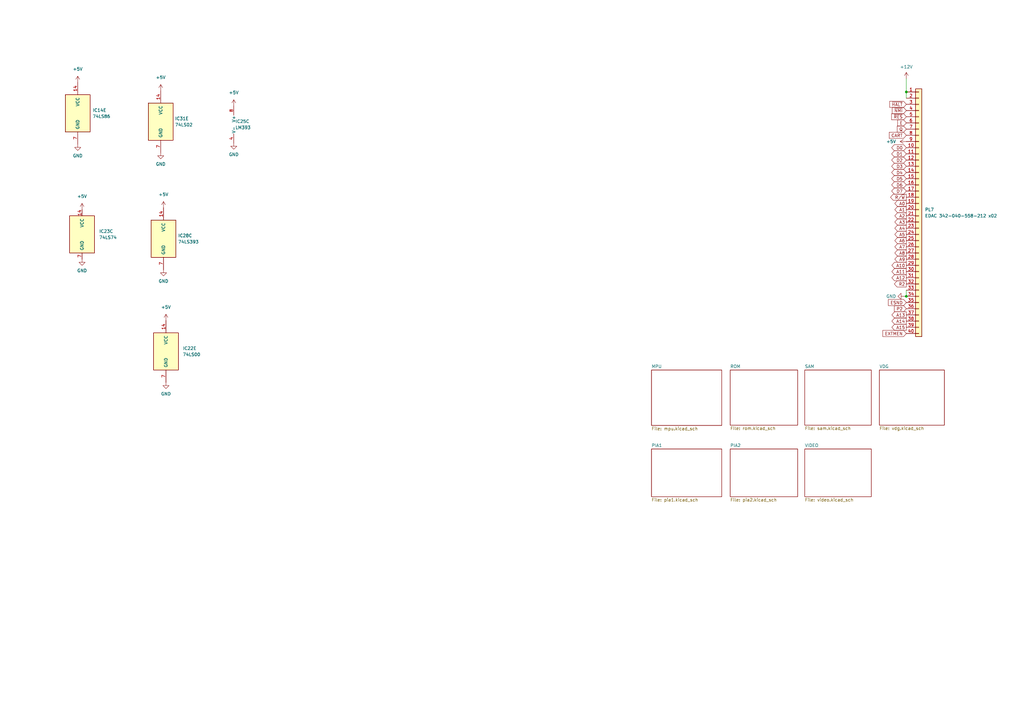
<source format=kicad_sch>
(kicad_sch (version 20211123) (generator eeschema)
  (paper "A3")
  (title_block (title "Dragon 32 CPU UK Issue 2") (date "2022-09-30") (rev "1.3") (company "Dragon Data") (comment 1 "Reproduced and Modified by Julian Brown") (comment 2 "Reposition dram and buffer"))
  (lib_symbols
    (symbol "74xx:74LS00" (pin_names (offset 1.016))
      (property "Reference" "U" (at 0 1.27 0))
      (property "Value" "74LS00" (at 0 -1.27 0))
      (symbol "74LS00_1_1"
        (arc (start 0 -3.81) (mid 3.81 0) (end 0 3.81) (stroke (width 0.254)) (fill (type background)))
        (polyline (pts (xy 0 3.81) (xy -3.81 3.81) (xy -3.81 -3.81) (xy 0 -3.81)) (stroke (width 0.254)) (fill (type background)))
        (pin input line (at -7.62 2.54 0) (length 3.81) (name "~") (number "1"))
        (pin input line (at -7.62 -2.54 0) (length 3.81) (name "~") (number "2"))
        (pin output inverted (at 7.62 0 180) (length 3.81) (name "~") (number "3"))
      )
      (symbol "74LS00_1_2"
        (arc (start -3.81 -3.81) (mid -2.589 0) (end -3.81 3.81) (stroke (width 0.254)))
        (arc (start -0.6096 -3.81) (mid 2.1855 -2.584) (end 3.81 0) (stroke (width 0.254)) (fill (type background)))
        (polyline (pts (xy -3.81 -3.81) (xy -0.635 -3.81)) (stroke (width 0.254)) (fill (type background)))
        (polyline (pts (xy -3.81 3.81) (xy -0.635 3.81)) (stroke (width 0.254)) (fill (type background)))
        (polyline (pts (xy -0.635 3.81) (xy -3.81 3.81) (xy -3.81 3.81) (xy -3.556 3.4036) (xy -3.0226 2.2606) (xy -2.6924 1.0414) (xy -2.6162 -0.254) (xy -2.7686 -1.4986) (xy -3.175 -2.7178) (xy -3.81 -3.81) (xy -3.81 -3.81) (xy -0.635 -3.81)) (stroke (width -25.4)) (fill (type background)))
        (arc (start 3.81 0) (mid 2.1928 2.5925) (end -0.6096 3.81) (stroke (width 0.254)) (fill (type background)))
        (pin input inverted (at -7.62 2.54 0) (length 4.318) (name "~") (number "1"))
        (pin input inverted (at -7.62 -2.54 0) (length 4.318) (name "~") (number "2"))
        (pin output line (at 7.62 0 180) (length 3.81) (name "~") (number "3"))
      )
      (symbol "74LS00_2_1"
        (arc (start 0 -3.81) (mid 3.81 0) (end 0 3.81) (stroke (width 0.254)) (fill (type background)))
        (polyline (pts (xy 0 3.81) (xy -3.81 3.81) (xy -3.81 -3.81) (xy 0 -3.81)) (stroke (width 0.254)) (fill (type background)))
        (pin input line (at -7.62 2.54 0) (length 3.81) (name "~") (number "4"))
        (pin input line (at -7.62 -2.54 0) (length 3.81) (name "~") (number "5"))
        (pin output inverted (at 7.62 0 180) (length 3.81) (name "~") (number "6"))
      )
      (symbol "74LS00_2_2"
        (arc (start -3.81 -3.81) (mid -2.589 0) (end -3.81 3.81) (stroke (width 0.254)))
        (arc (start -0.6096 -3.81) (mid 2.1855 -2.584) (end 3.81 0) (stroke (width 0.254)) (fill (type background)))
        (polyline (pts (xy -3.81 -3.81) (xy -0.635 -3.81)) (stroke (width 0.254)) (fill (type background)))
        (polyline (pts (xy -3.81 3.81) (xy -0.635 3.81)) (stroke (width 0.254)) (fill (type background)))
        (polyline (pts (xy -0.635 3.81) (xy -3.81 3.81) (xy -3.81 3.81) (xy -3.556 3.4036) (xy -3.0226 2.2606) (xy -2.6924 1.0414) (xy -2.6162 -0.254) (xy -2.7686 -1.4986) (xy -3.175 -2.7178) (xy -3.81 -3.81) (xy -3.81 -3.81) (xy -0.635 -3.81)) (stroke (width -25.4)) (fill (type background)))
        (arc (start 3.81 0) (mid 2.1928 2.5925) (end -0.6096 3.81) (stroke (width 0.254)) (fill (type background)))
        (pin input inverted (at -7.62 2.54 0) (length 4.318) (name "~") (number "4"))
        (pin input inverted (at -7.62 -2.54 0) (length 4.318) (name "~") (number "5"))
        (pin output line (at 7.62 0 180) (length 3.81) (name "~") (number "6"))
      )
      (symbol "74LS00_3_1"
        (arc (start 0 -3.81) (mid 3.81 0) (end 0 3.81) (stroke (width 0.254)) (fill (type background)))
        (polyline (pts (xy 0 3.81) (xy -3.81 3.81) (xy -3.81 -3.81) (xy 0 -3.81)) (stroke (width 0.254)) (fill (type background)))
        (pin input line (at -7.62 -2.54 0) (length 3.81) (name "~") (number "10"))
        (pin output inverted (at 7.62 0 180) (length 3.81) (name "~") (number "8"))
        (pin input line (at -7.62 2.54 0) (length 3.81) (name "~") (number "9"))
      )
      (symbol "74LS00_3_2"
        (arc (start -3.81 -3.81) (mid -2.589 0) (end -3.81 3.81) (stroke (width 0.254)))
        (arc (start -0.6096 -3.81) (mid 2.1855 -2.584) (end 3.81 0) (stroke (width 0.254)) (fill (type background)))
        (polyline (pts (xy -3.81 -3.81) (xy -0.635 -3.81)) (stroke (width 0.254)) (fill (type background)))
        (polyline (pts (xy -3.81 3.81) (xy -0.635 3.81)) (stroke (width 0.254)) (fill (type background)))
        (polyline (pts (xy -0.635 3.81) (xy -3.81 3.81) (xy -3.81 3.81) (xy -3.556 3.4036) (xy -3.0226 2.2606) (xy -2.6924 1.0414) (xy -2.6162 -0.254) (xy -2.7686 -1.4986) (xy -3.175 -2.7178) (xy -3.81 -3.81) (xy -3.81 -3.81) (xy -0.635 -3.81)) (stroke (width -25.4)) (fill (type background)))
        (arc (start 3.81 0) (mid 2.1928 2.5925) (end -0.6096 3.81) (stroke (width 0.254)) (fill (type background)))
        (pin input inverted (at -7.62 -2.54 0) (length 4.318) (name "~") (number "10"))
        (pin output line (at 7.62 0 180) (length 3.81) (name "~") (number "8"))
        (pin input inverted (at -7.62 2.54 0) (length 4.318) (name "~") (number "9"))
      )
      (symbol "74LS00_4_1"
        (arc (start 0 -3.81) (mid 3.81 0) (end 0 3.81) (stroke (width 0.254)) (fill (type background)))
        (polyline (pts (xy 0 3.81) (xy -3.81 3.81) (xy -3.81 -3.81) (xy 0 -3.81)) (stroke (width 0.254)) (fill (type background)))
        (pin output inverted (at 7.62 0 180) (length 3.81) (name "~") (number "11"))
        (pin input line (at -7.62 2.54 0) (length 3.81) (name "~") (number "12"))
        (pin input line (at -7.62 -2.54 0) (length 3.81) (name "~") (number "13"))
      )
      (symbol "74LS00_4_2"
        (arc (start -3.81 -3.81) (mid -2.589 0) (end -3.81 3.81) (stroke (width 0.254)))
        (arc (start -0.6096 -3.81) (mid 2.1855 -2.584) (end 3.81 0) (stroke (width 0.254)) (fill (type background)))
        (polyline (pts (xy -3.81 -3.81) (xy -0.635 -3.81)) (stroke (width 0.254)) (fill (type background)))
        (polyline (pts (xy -3.81 3.81) (xy -0.635 3.81)) (stroke (width 0.254)) (fill (type background)))
        (polyline (pts (xy -0.635 3.81) (xy -3.81 3.81) (xy -3.81 3.81) (xy -3.556 3.4036) (xy -3.0226 2.2606) (xy -2.6924 1.0414) (xy -2.6162 -0.254) (xy -2.7686 -1.4986) (xy -3.175 -2.7178) (xy -3.81 -3.81) (xy -3.81 -3.81) (xy -0.635 -3.81)) (stroke (width -25.4)) (fill (type background)))
        (arc (start 3.81 0) (mid 2.1928 2.5925) (end -0.6096 3.81) (stroke (width 0.254)) (fill (type background)))
        (pin output line (at 7.62 0 180) (length 3.81) (name "~") (number "11"))
        (pin input inverted (at -7.62 2.54 0) (length 4.318) (name "~") (number "12"))
        (pin input inverted (at -7.62 -2.54 0) (length 4.318) (name "~") (number "13"))
      )
      (symbol "74LS00_5_0"
        (pin power_in line (at 0 12.7 270) (length 5.08) (name "VCC") (number "14"))
        (pin power_in line (at 0 -12.7 90) (length 5.08) (name "GND") (number "7"))
      )
      (symbol "74LS00_5_1"
        (rectangle (start -5.08 7.62) (end 5.08 -7.62) (stroke (width 0.254)) (fill (type background)))
      )
    )
    (symbol "74xx:74LS02" (pin_names (offset 1.016))
      (property "Reference" "U" (at 0 1.27 0))
      (property "Value" "74LS02" (at 0 -1.27 0))
      (symbol "74LS02_1_1"
        (arc (start -3.81 -3.81) (mid -2.589 0) (end -3.81 3.81) (stroke (width 0.254)))
        (arc (start -0.6096 -3.81) (mid 2.1855 -2.584) (end 3.81 0) (stroke (width 0.254)) (fill (type background)))
        (polyline (pts (xy -3.81 -3.81) (xy -0.635 -3.81)) (stroke (width 0.254)) (fill (type background)))
        (polyline (pts (xy -3.81 3.81) (xy -0.635 3.81)) (stroke (width 0.254)) (fill (type background)))
        (polyline (pts (xy -0.635 3.81) (xy -3.81 3.81) (xy -3.81 3.81) (xy -3.556 3.4036) (xy -3.0226 2.2606) (xy -2.6924 1.0414) (xy -2.6162 -0.254) (xy -2.7686 -1.4986) (xy -3.175 -2.7178) (xy -3.81 -3.81) (xy -3.81 -3.81) (xy -0.635 -3.81)) (stroke (width -25.4)) (fill (type background)))
        (arc (start 3.81 0) (mid 2.1928 2.5925) (end -0.6096 3.81) (stroke (width 0.254)) (fill (type background)))
        (pin output inverted (at 7.62 0 180) (length 3.81) (name "~") (number "1"))
        (pin input line (at -7.62 2.54 0) (length 4.318) (name "~") (number "2"))
        (pin input line (at -7.62 -2.54 0) (length 4.318) (name "~") (number "3"))
      )
      (symbol "74LS02_1_2"
        (arc (start 0 -3.81) (mid 3.81 0) (end 0 3.81) (stroke (width 0.254)) (fill (type background)))
        (polyline (pts (xy 0 3.81) (xy -3.81 3.81) (xy -3.81 -3.81) (xy 0 -3.81)) (stroke (width 0.254)) (fill (type background)))
        (pin output line (at 7.62 0 180) (length 3.81) (name "~") (number "1"))
        (pin input inverted (at -7.62 2.54 0) (length 3.81) (name "~") (number "2"))
        (pin input inverted (at -7.62 -2.54 0) (length 3.81) (name "~") (number "3"))
      )
      (symbol "74LS02_2_1"
        (arc (start -3.81 -3.81) (mid -2.589 0) (end -3.81 3.81) (stroke (width 0.254)))
        (arc (start -0.6096 -3.81) (mid 2.1855 -2.584) (end 3.81 0) (stroke (width 0.254)) (fill (type background)))
        (polyline (pts (xy -3.81 -3.81) (xy -0.635 -3.81)) (stroke (width 0.254)) (fill (type background)))
        (polyline (pts (xy -3.81 3.81) (xy -0.635 3.81)) (stroke (width 0.254)) (fill (type background)))
        (polyline (pts (xy -0.635 3.81) (xy -3.81 3.81) (xy -3.81 3.81) (xy -3.556 3.4036) (xy -3.0226 2.2606) (xy -2.6924 1.0414) (xy -2.6162 -0.254) (xy -2.7686 -1.4986) (xy -3.175 -2.7178) (xy -3.81 -3.81) (xy -3.81 -3.81) (xy -0.635 -3.81)) (stroke (width -25.4)) (fill (type background)))
        (arc (start 3.81 0) (mid 2.1928 2.5925) (end -0.6096 3.81) (stroke (width 0.254)) (fill (type background)))
        (pin output inverted (at 7.62 0 180) (length 3.81) (name "~") (number "4"))
        (pin input line (at -7.62 2.54 0) (length 4.318) (name "~") (number "5"))
        (pin input line (at -7.62 -2.54 0) (length 4.318) (name "~") (number "6"))
      )
      (symbol "74LS02_2_2"
        (arc (start 0 -3.81) (mid 3.81 0) (end 0 3.81) (stroke (width 0.254)) (fill (type background)))
        (polyline (pts (xy 0 3.81) (xy -3.81 3.81) (xy -3.81 -3.81) (xy 0 -3.81)) (stroke (width 0.254)) (fill (type background)))
        (pin output line (at 7.62 0 180) (length 3.81) (name "~") (number "4"))
        (pin input inverted (at -7.62 2.54 0) (length 3.81) (name "~") (number "5"))
        (pin input inverted (at -7.62 -2.54 0) (length 3.81) (name "~") (number "6"))
      )
      (symbol "74LS02_3_1"
        (arc (start -3.81 -3.81) (mid -2.589 0) (end -3.81 3.81) (stroke (width 0.254)))
        (arc (start -0.6096 -3.81) (mid 2.1855 -2.584) (end 3.81 0) (stroke (width 0.254)) (fill (type background)))
        (polyline (pts (xy -3.81 -3.81) (xy -0.635 -3.81)) (stroke (width 0.254)) (fill (type background)))
        (polyline (pts (xy -3.81 3.81) (xy -0.635 3.81)) (stroke (width 0.254)) (fill (type background)))
        (polyline (pts (xy -0.635 3.81) (xy -3.81 3.81) (xy -3.81 3.81) (xy -3.556 3.4036) (xy -3.0226 2.2606) (xy -2.6924 1.0414) (xy -2.6162 -0.254) (xy -2.7686 -1.4986) (xy -3.175 -2.7178) (xy -3.81 -3.81) (xy -3.81 -3.81) (xy -0.635 -3.81)) (stroke (width -25.4)) (fill (type background)))
        (arc (start 3.81 0) (mid 2.1928 2.5925) (end -0.6096 3.81) (stroke (width 0.254)) (fill (type background)))
        (pin output inverted (at 7.62 0 180) (length 3.81) (name "~") (number "10"))
        (pin input line (at -7.62 2.54 0) (length 4.318) (name "~") (number "8"))
        (pin input line (at -7.62 -2.54 0) (length 4.318) (name "~") (number "9"))
      )
      (symbol "74LS02_3_2"
        (arc (start 0 -3.81) (mid 3.81 0) (end 0 3.81) (stroke (width 0.254)) (fill (type background)))
        (polyline (pts (xy 0 3.81) (xy -3.81 3.81) (xy -3.81 -3.81) (xy 0 -3.81)) (stroke (width 0.254)) (fill (type background)))
        (pin output line (at 7.62 0 180) (length 3.81) (name "~") (number "10"))
        (pin input inverted (at -7.62 2.54 0) (length 3.81) (name "~") (number "8"))
        (pin input inverted (at -7.62 -2.54 0) (length 3.81) (name "~") (number "9"))
      )
      (symbol "74LS02_4_1"
        (arc (start -3.81 -3.81) (mid -2.589 0) (end -3.81 3.81) (stroke (width 0.254)))
        (arc (start -0.6096 -3.81) (mid 2.1855 -2.584) (end 3.81 0) (stroke (width 0.254)) (fill (type background)))
        (polyline (pts (xy -3.81 -3.81) (xy -0.635 -3.81)) (stroke (width 0.254)) (fill (type background)))
        (polyline (pts (xy -3.81 3.81) (xy -0.635 3.81)) (stroke (width 0.254)) (fill (type background)))
        (polyline (pts (xy -0.635 3.81) (xy -3.81 3.81) (xy -3.81 3.81) (xy -3.556 3.4036) (xy -3.0226 2.2606) (xy -2.6924 1.0414) (xy -2.6162 -0.254) (xy -2.7686 -1.4986) (xy -3.175 -2.7178) (xy -3.81 -3.81) (xy -3.81 -3.81) (xy -0.635 -3.81)) (stroke (width -25.4)) (fill (type background)))
        (arc (start 3.81 0) (mid 2.1928 2.5925) (end -0.6096 3.81) (stroke (width 0.254)) (fill (type background)))
        (pin input line (at -7.62 2.54 0) (length 4.318) (name "~") (number "11"))
        (pin input line (at -7.62 -2.54 0) (length 4.318) (name "~") (number "12"))
        (pin output inverted (at 7.62 0 180) (length 3.81) (name "~") (number "13"))
      )
      (symbol "74LS02_4_2"
        (arc (start 0 -3.81) (mid 3.81 0) (end 0 3.81) (stroke (width 0.254)) (fill (type background)))
        (polyline (pts (xy 0 3.81) (xy -3.81 3.81) (xy -3.81 -3.81) (xy 0 -3.81)) (stroke (width 0.254)) (fill (type background)))
        (pin input inverted (at -7.62 2.54 0) (length 3.81) (name "~") (number "11"))
        (pin input inverted (at -7.62 -2.54 0) (length 3.81) (name "~") (number "12"))
        (pin output line (at 7.62 0 180) (length 3.81) (name "~") (number "13"))
      )
      (symbol "74LS02_5_0"
        (pin power_in line (at 0 12.7 270) (length 5.08) (name "VCC") (number "14"))
        (pin power_in line (at 0 -12.7 90) (length 5.08) (name "GND") (number "7"))
      )
      (symbol "74LS02_5_1"
        (rectangle (start -5.08 7.62) (end 5.08 -7.62) (stroke (width 0.254)) (fill (type background)))
      )
    )
    (symbol "74xx:74LS393" (pin_names (offset 1.016))
      (property "Reference" "U" (at -7.62 8.89 0))
      (property "Value" "74LS393" (at -7.62 -8.89 0))
      (symbol "74LS393_1_0"
        (pin input clock (at -12.7 2.54 0) (length 5.08) (name "CP") (number "1"))
        (pin input line (at -12.7 -5.08 0) (length 5.08) (name "MR") (number "2"))
        (pin output line (at 12.7 2.54 180) (length 5.08) (name "Q0") (number "3"))
        (pin output line (at 12.7 0 180) (length 5.08) (name "Q1") (number "4"))
        (pin output line (at 12.7 -2.54 180) (length 5.08) (name "Q2") (number "5"))
        (pin output line (at 12.7 -5.08 180) (length 5.08) (name "Q3") (number "6"))
      )
      (symbol "74LS393_1_1"
        (rectangle (start -7.62 5.08) (end 7.62 -7.62) (stroke (width 0.254)) (fill (type background)))
      )
      (symbol "74LS393_2_0"
        (pin output line (at 12.7 0 180) (length 5.08) (name "Q1") (number "10"))
        (pin output line (at 12.7 2.54 180) (length 5.08) (name "Q0") (number "11"))
        (pin input line (at -12.7 -5.08 0) (length 5.08) (name "MR") (number "12"))
        (pin input clock (at -12.7 2.54 0) (length 5.08) (name "CP") (number "13"))
        (pin output line (at 12.7 -5.08 180) (length 5.08) (name "Q3") (number "8"))
        (pin output line (at 12.7 -2.54 180) (length 5.08) (name "Q2") (number "9"))
      )
      (symbol "74LS393_2_1"
        (rectangle (start -7.62 5.08) (end 7.62 -7.62) (stroke (width 0.254)) (fill (type background)))
      )
      (symbol "74LS393_3_0"
        (pin power_in line (at 0 12.7 270) (length 5.08) (name "VCC") (number "14"))
        (pin power_in line (at 0 -12.7 90) (length 5.08) (name "GND") (number "7"))
      )
      (symbol "74LS393_3_1"
        (rectangle (start -5.08 7.62) (end 5.08 -7.62) (stroke (width 0.254)) (fill (type background)))
      )
    )
    (symbol "74xx:74LS74" (pin_names (offset 1.016))
      (property "Reference" "U" (at -7.62 8.89 0))
      (property "Value" "74LS74" (at -7.62 -8.89 0))
      (symbol "74LS74_1_0"
        (pin input line (at 0 -7.62 90) (length 2.54) (name "~{R}") (number "1"))
        (pin input line (at -7.62 2.54 0) (length 2.54) (name "D") (number "2"))
        (pin input clock (at -7.62 0 0) (length 2.54) (name "C") (number "3"))
        (pin input line (at 0 7.62 270) (length 2.54) (name "~{S}") (number "4"))
        (pin output line (at 7.62 2.54 180) (length 2.54) (name "Q") (number "5"))
        (pin output line (at 7.62 -2.54 180) (length 2.54) (name "~{Q}") (number "6"))
      )
      (symbol "74LS74_1_1"
        (rectangle (start -5.08 5.08) (end 5.08 -5.08) (stroke (width 0.254)) (fill (type background)))
      )
      (symbol "74LS74_2_0"
        (pin input line (at 0 7.62 270) (length 2.54) (name "~{S}") (number "10"))
        (pin input clock (at -7.62 0 0) (length 2.54) (name "C") (number "11"))
        (pin input line (at -7.62 2.54 0) (length 2.54) (name "D") (number "12"))
        (pin input line (at 0 -7.62 90) (length 2.54) (name "~{R}") (number "13"))
        (pin output line (at 7.62 -2.54 180) (length 2.54) (name "~{Q}") (number "8"))
        (pin output line (at 7.62 2.54 180) (length 2.54) (name "Q") (number "9"))
      )
      (symbol "74LS74_2_1"
        (rectangle (start -5.08 5.08) (end 5.08 -5.08) (stroke (width 0.254)) (fill (type background)))
      )
      (symbol "74LS74_3_0"
        (pin power_in line (at 0 10.16 270) (length 2.54) (name "VCC") (number "14"))
        (pin power_in line (at 0 -10.16 90) (length 2.54) (name "GND") (number "7"))
      )
      (symbol "74LS74_3_1"
        (rectangle (start -5.08 7.62) (end 5.08 -7.62) (stroke (width 0.254)) (fill (type background)))
      )
    )
    (symbol "74xx:74LS86" (pin_names (offset 1.016))
      (property "Reference" "U" (at 0 1.27 0))
      (property "Value" "74LS86" (at 0 -1.27 0))
      (symbol "74LS86_1_0"
        (arc (start -4.4196 -3.81) (mid -3.2033 0) (end -4.4196 3.81) (stroke (width 0.254)))
        (arc (start -3.81 -3.81) (mid -2.589 0) (end -3.81 3.81) (stroke (width 0.254)))
        (arc (start -0.6096 -3.81) (mid 2.1855 -2.584) (end 3.81 0) (stroke (width 0.254)) (fill (type background)))
        (polyline (pts (xy -3.81 -3.81) (xy -0.635 -3.81)) (stroke (width 0.254)) (fill (type background)))
        (polyline (pts (xy -3.81 3.81) (xy -0.635 3.81)) (stroke (width 0.254)) (fill (type background)))
        (polyline (pts (xy -0.635 3.81) (xy -3.81 3.81) (xy -3.81 3.81) (xy -3.556 3.4036) (xy -3.0226 2.2606) (xy -2.6924 1.0414) (xy -2.6162 -0.254) (xy -2.7686 -1.4986) (xy -3.175 -2.7178) (xy -3.81 -3.81) (xy -3.81 -3.81) (xy -0.635 -3.81)) (stroke (width -25.4)) (fill (type background)))
        (arc (start 3.81 0) (mid 2.1928 2.5925) (end -0.6096 3.81) (stroke (width 0.254)) (fill (type background)))
        (pin input line (at -7.62 2.54 0) (length 4.445) (name "~") (number "1"))
        (pin input line (at -7.62 -2.54 0) (length 4.445) (name "~") (number "2"))
        (pin output line (at 7.62 0 180) (length 3.81) (name "~") (number "3"))
      )
      (symbol "74LS86_1_1"
        (polyline (pts (xy -3.81 -2.54) (xy -3.175 -2.54)) (stroke (width 0.1524)))
        (polyline (pts (xy -3.81 2.54) (xy -3.175 2.54)) (stroke (width 0.1524)))
      )
      (symbol "74LS86_2_0"
        (arc (start -4.4196 -3.81) (mid -3.2033 0) (end -4.4196 3.81) (stroke (width 0.254)))
        (arc (start -3.81 -3.81) (mid -2.589 0) (end -3.81 3.81) (stroke (width 0.254)))
        (arc (start -0.6096 -3.81) (mid 2.1855 -2.584) (end 3.81 0) (stroke (width 0.254)) (fill (type background)))
        (polyline (pts (xy -3.81 -3.81) (xy -0.635 -3.81)) (stroke (width 0.254)) (fill (type background)))
        (polyline (pts (xy -3.81 3.81) (xy -0.635 3.81)) (stroke (width 0.254)) (fill (type background)))
        (polyline (pts (xy -0.635 3.81) (xy -3.81 3.81) (xy -3.81 3.81) (xy -3.556 3.4036) (xy -3.0226 2.2606) (xy -2.6924 1.0414) (xy -2.6162 -0.254) (xy -2.7686 -1.4986) (xy -3.175 -2.7178) (xy -3.81 -3.81) (xy -3.81 -3.81) (xy -0.635 -3.81)) (stroke (width -25.4)) (fill (type background)))
        (arc (start 3.81 0) (mid 2.1928 2.5925) (end -0.6096 3.81) (stroke (width 0.254)) (fill (type background)))
        (pin input line (at -7.62 2.54 0) (length 4.445) (name "~") (number "4"))
        (pin input line (at -7.62 -2.54 0) (length 4.445) (name "~") (number "5"))
        (pin output line (at 7.62 0 180) (length 3.81) (name "~") (number "6"))
      )
      (symbol "74LS86_2_1"
        (polyline (pts (xy -3.81 -2.54) (xy -3.175 -2.54)) (stroke (width 0.1524)))
        (polyline (pts (xy -3.81 2.54) (xy -3.175 2.54)) (stroke (width 0.1524)))
      )
      (symbol "74LS86_3_0"
        (arc (start -4.4196 -3.81) (mid -3.2033 0) (end -4.4196 3.81) (stroke (width 0.254)))
        (arc (start -3.81 -3.81) (mid -2.589 0) (end -3.81 3.81) (stroke (width 0.254)))
        (arc (start -0.6096 -3.81) (mid 2.1855 -2.584) (end 3.81 0) (stroke (width 0.254)) (fill (type background)))
        (polyline (pts (xy -3.81 -3.81) (xy -0.635 -3.81)) (stroke (width 0.254)) (fill (type background)))
        (polyline (pts (xy -3.81 3.81) (xy -0.635 3.81)) (stroke (width 0.254)) (fill (type background)))
        (polyline (pts (xy -0.635 3.81) (xy -3.81 3.81) (xy -3.81 3.81) (xy -3.556 3.4036) (xy -3.0226 2.2606) (xy -2.6924 1.0414) (xy -2.6162 -0.254) (xy -2.7686 -1.4986) (xy -3.175 -2.7178) (xy -3.81 -3.81) (xy -3.81 -3.81) (xy -0.635 -3.81)) (stroke (width -25.4)) (fill (type background)))
        (arc (start 3.81 0) (mid 2.1928 2.5925) (end -0.6096 3.81) (stroke (width 0.254)) (fill (type background)))
        (pin input line (at -7.62 -2.54 0) (length 4.445) (name "~") (number "10"))
        (pin output line (at 7.62 0 180) (length 3.81) (name "~") (number "8"))
        (pin input line (at -7.62 2.54 0) (length 4.445) (name "~") (number "9"))
      )
      (symbol "74LS86_3_1"
        (polyline (pts (xy -3.81 -2.54) (xy -3.175 -2.54)) (stroke (width 0.1524)))
        (polyline (pts (xy -3.81 2.54) (xy -3.175 2.54)) (stroke (width 0.1524)))
      )
      (symbol "74LS86_4_0"
        (arc (start -4.4196 -3.81) (mid -3.2033 0) (end -4.4196 3.81) (stroke (width 0.254)))
        (arc (start -3.81 -3.81) (mid -2.589 0) (end -3.81 3.81) (stroke (width 0.254)))
        (arc (start -0.6096 -3.81) (mid 2.1855 -2.584) (end 3.81 0) (stroke (width 0.254)) (fill (type background)))
        (polyline (pts (xy -3.81 -3.81) (xy -0.635 -3.81)) (stroke (width 0.254)) (fill (type background)))
        (polyline (pts (xy -3.81 3.81) (xy -0.635 3.81)) (stroke (width 0.254)) (fill (type background)))
        (polyline (pts (xy -0.635 3.81) (xy -3.81 3.81) (xy -3.81 3.81) (xy -3.556 3.4036) (xy -3.0226 2.2606) (xy -2.6924 1.0414) (xy -2.6162 -0.254) (xy -2.7686 -1.4986) (xy -3.175 -2.7178) (xy -3.81 -3.81) (xy -3.81 -3.81) (xy -0.635 -3.81)) (stroke (width -25.4)) (fill (type background)))
        (arc (start 3.81 0) (mid 2.1928 2.5925) (end -0.6096 3.81) (stroke (width 0.254)) (fill (type background)))
        (pin output line (at 7.62 0 180) (length 3.81) (name "~") (number "11"))
        (pin input line (at -7.62 2.54 0) (length 4.445) (name "~") (number "12"))
        (pin input line (at -7.62 -2.54 0) (length 4.445) (name "~") (number "13"))
      )
      (symbol "74LS86_4_1"
        (polyline (pts (xy -3.81 -2.54) (xy -3.175 -2.54)) (stroke (width 0.1524)))
        (polyline (pts (xy -3.81 2.54) (xy -3.175 2.54)) (stroke (width 0.1524)))
      )
      (symbol "74LS86_5_0"
        (pin power_in line (at 0 12.7 270) (length 5.08) (name "VCC") (number "14"))
        (pin power_in line (at 0 -12.7 90) (length 5.08) (name "GND") (number "7"))
      )
      (symbol "74LS86_5_1"
        (rectangle (start -5.08 7.62) (end 5.08 -7.62) (stroke (width 0.254)) (fill (type background)))
      )
    )
    (symbol "Comparator:LM393" (pin_names (offset 0.127))
      (property "Reference" "U" (at 3.81 3.81 0))
      (property "Value" "LM393" (at 6.35 -3.81 0))
      (symbol "LM393_1_1"
        (polyline (pts (xy -5.08 5.08) (xy 5.08 0) (xy -5.08 -5.08) (xy -5.08 5.08)) (stroke (width 0.254)) (fill (type background)))
        (polyline (pts (xy 3.302 -0.508) (xy 2.794 -0.508) (xy 3.302 0) (xy 2.794 0.508) (xy 2.286 0) (xy 2.794 -0.508) (xy 2.286 -0.508)) (stroke (width 0.127)))
        (pin open_collector line (at 7.62 0 180) (length 2.54) (name "~") (number "1"))
        (pin input line (at -7.62 -2.54 0) (length 2.54) (name "-") (number "2"))
        (pin input line (at -7.62 2.54 0) (length 2.54) (name "+") (number "3"))
      )
      (symbol "LM393_2_1"
        (polyline (pts (xy -5.08 5.08) (xy 5.08 0) (xy -5.08 -5.08) (xy -5.08 5.08)) (stroke (width 0.254)) (fill (type background)))
        (polyline (pts (xy 3.302 -0.508) (xy 2.794 -0.508) (xy 3.302 0) (xy 2.794 0.508) (xy 2.286 0) (xy 2.794 -0.508) (xy 2.286 -0.508)) (stroke (width 0.127)))
        (pin input line (at -7.62 2.54 0) (length 2.54) (name "+") (number "5"))
        (pin input line (at -7.62 -2.54 0) (length 2.54) (name "_") (number "6"))
        (pin open_collector line (at 7.62 0 180) (length 2.54) (name "~") (number "7"))
      )
      (symbol "LM393_3_1"
        (pin power_in line (at -2.54 -7.62 90) (length 3.81) (name "V-") (number "4"))
        (pin power_in line (at -2.54 7.62 270) (length 3.81) (name "V+") (number "8"))
      )
    )
    (symbol "Connector_Generic:Conn_01x40" (pin_names (offset 1.016) hide)
      (property "Reference" "J" (at 0 50.8 0))
      (property "Value" "Conn_01x40" (at 0 -53.34 0))
      (symbol "Conn_01x40_1_1"
        (rectangle (start -1.27 -50.673) (end 0 -50.927) (stroke (width 0.1524)))
        (rectangle (start -1.27 -48.133) (end 0 -48.387) (stroke (width 0.1524)))
        (rectangle (start -1.27 -45.593) (end 0 -45.847) (stroke (width 0.1524)))
        (rectangle (start -1.27 -43.053) (end 0 -43.307) (stroke (width 0.1524)))
        (rectangle (start -1.27 -40.513) (end 0 -40.767) (stroke (width 0.1524)))
        (rectangle (start -1.27 -37.973) (end 0 -38.227) (stroke (width 0.1524)))
        (rectangle (start -1.27 -35.433) (end 0 -35.687) (stroke (width 0.1524)))
        (rectangle (start -1.27 -32.893) (end 0 -33.147) (stroke (width 0.1524)))
        (rectangle (start -1.27 -30.353) (end 0 -30.607) (stroke (width 0.1524)))
        (rectangle (start -1.27 -27.813) (end 0 -28.067) (stroke (width 0.1524)))
        (rectangle (start -1.27 -25.273) (end 0 -25.527) (stroke (width 0.1524)))
        (rectangle (start -1.27 -22.733) (end 0 -22.987) (stroke (width 0.1524)))
        (rectangle (start -1.27 -20.193) (end 0 -20.447) (stroke (width 0.1524)))
        (rectangle (start -1.27 -17.653) (end 0 -17.907) (stroke (width 0.1524)))
        (rectangle (start -1.27 -15.113) (end 0 -15.367) (stroke (width 0.1524)))
        (rectangle (start -1.27 -12.573) (end 0 -12.827) (stroke (width 0.1524)))
        (rectangle (start -1.27 -10.033) (end 0 -10.287) (stroke (width 0.1524)))
        (rectangle (start -1.27 -7.493) (end 0 -7.747) (stroke (width 0.1524)))
        (rectangle (start -1.27 -4.953) (end 0 -5.207) (stroke (width 0.1524)))
        (rectangle (start -1.27 -2.413) (end 0 -2.667) (stroke (width 0.1524)))
        (rectangle (start -1.27 0.127) (end 0 -0.127) (stroke (width 0.1524)))
        (rectangle (start -1.27 2.667) (end 0 2.413) (stroke (width 0.1524)))
        (rectangle (start -1.27 5.207) (end 0 4.953) (stroke (width 0.1524)))
        (rectangle (start -1.27 7.747) (end 0 7.493) (stroke (width 0.1524)))
        (rectangle (start -1.27 10.287) (end 0 10.033) (stroke (width 0.1524)))
        (rectangle (start -1.27 12.827) (end 0 12.573) (stroke (width 0.1524)))
        (rectangle (start -1.27 15.367) (end 0 15.113) (stroke (width 0.1524)))
        (rectangle (start -1.27 17.907) (end 0 17.653) (stroke (width 0.1524)))
        (rectangle (start -1.27 20.447) (end 0 20.193) (stroke (width 0.1524)))
        (rectangle (start -1.27 22.987) (end 0 22.733) (stroke (width 0.1524)))
        (rectangle (start -1.27 25.527) (end 0 25.273) (stroke (width 0.1524)))
        (rectangle (start -1.27 28.067) (end 0 27.813) (stroke (width 0.1524)))
        (rectangle (start -1.27 30.607) (end 0 30.353) (stroke (width 0.1524)))
        (rectangle (start -1.27 33.147) (end 0 32.893) (stroke (width 0.1524)))
        (rectangle (start -1.27 35.687) (end 0 35.433) (stroke (width 0.1524)))
        (rectangle (start -1.27 38.227) (end 0 37.973) (stroke (width 0.1524)))
        (rectangle (start -1.27 40.767) (end 0 40.513) (stroke (width 0.1524)))
        (rectangle (start -1.27 43.307) (end 0 43.053) (stroke (width 0.1524)))
        (rectangle (start -1.27 45.847) (end 0 45.593) (stroke (width 0.1524)))
        (rectangle (start -1.27 48.387) (end 0 48.133) (stroke (width 0.1524)))
        (rectangle (start -1.27 49.53) (end 1.27 -52.07) (stroke (width 0.254)) (fill (type background)))
        (pin passive line (at -5.08 48.26 0) (length 3.81) (name "Pin_1") (number "1"))
        (pin passive line (at -5.08 25.4 0) (length 3.81) (name "Pin_10") (number "10"))
        (pin passive line (at -5.08 22.86 0) (length 3.81) (name "Pin_11") (number "11"))
        (pin passive line (at -5.08 20.32 0) (length 3.81) (name "Pin_12") (number "12"))
        (pin passive line (at -5.08 17.78 0) (length 3.81) (name "Pin_13") (number "13"))
        (pin passive line (at -5.08 15.24 0) (length 3.81) (name "Pin_14") (number "14"))
        (pin passive line (at -5.08 12.7 0) (length 3.81) (name "Pin_15") (number "15"))
        (pin passive line (at -5.08 10.16 0) (length 3.81) (name "Pin_16") (number "16"))
        (pin passive line (at -5.08 7.62 0) (length 3.81) (name "Pin_17") (number "17"))
        (pin passive line (at -5.08 5.08 0) (length 3.81) (name "Pin_18") (number "18"))
        (pin passive line (at -5.08 2.54 0) (length 3.81) (name "Pin_19") (number "19"))
        (pin passive line (at -5.08 45.72 0) (length 3.81) (name "Pin_2") (number "2"))
        (pin passive line (at -5.08 0 0) (length 3.81) (name "Pin_20") (number "20"))
        (pin passive line (at -5.08 -2.54 0) (length 3.81) (name "Pin_21") (number "21"))
        (pin passive line (at -5.08 -5.08 0) (length 3.81) (name "Pin_22") (number "22"))
        (pin passive line (at -5.08 -7.62 0) (length 3.81) (name "Pin_23") (number "23"))
        (pin passive line (at -5.08 -10.16 0) (length 3.81) (name "Pin_24") (number "24"))
        (pin passive line (at -5.08 -12.7 0) (length 3.81) (name "Pin_25") (number "25"))
        (pin passive line (at -5.08 -15.24 0) (length 3.81) (name "Pin_26") (number "26"))
        (pin passive line (at -5.08 -17.78 0) (length 3.81) (name "Pin_27") (number "27"))
        (pin passive line (at -5.08 -20.32 0) (length 3.81) (name "Pin_28") (number "28"))
        (pin passive line (at -5.08 -22.86 0) (length 3.81) (name "Pin_29") (number "29"))
        (pin passive line (at -5.08 43.18 0) (length 3.81) (name "Pin_3") (number "3"))
        (pin passive line (at -5.08 -25.4 0) (length 3.81) (name "Pin_30") (number "30"))
        (pin passive line (at -5.08 -27.94 0) (length 3.81) (name "Pin_31") (number "31"))
        (pin passive line (at -5.08 -30.48 0) (length 3.81) (name "Pin_32") (number "32"))
        (pin passive line (at -5.08 -33.02 0) (length 3.81) (name "Pin_33") (number "33"))
        (pin passive line (at -5.08 -35.56 0) (length 3.81) (name "Pin_34") (number "34"))
        (pin passive line (at -5.08 -38.1 0) (length 3.81) (name "Pin_35") (number "35"))
        (pin passive line (at -5.08 -40.64 0) (length 3.81) (name "Pin_36") (number "36"))
        (pin passive line (at -5.08 -43.18 0) (length 3.81) (name "Pin_37") (number "37"))
        (pin passive line (at -5.08 -45.72 0) (length 3.81) (name "Pin_38") (number "38"))
        (pin passive line (at -5.08 -48.26 0) (length 3.81) (name "Pin_39") (number "39"))
        (pin passive line (at -5.08 40.64 0) (length 3.81) (name "Pin_4") (number "4"))
        (pin passive line (at -5.08 -50.8 0) (length 3.81) (name "Pin_40") (number "40"))
        (pin passive line (at -5.08 38.1 0) (length 3.81) (name "Pin_5") (number "5"))
        (pin passive line (at -5.08 35.56 0) (length 3.81) (name "Pin_6") (number "6"))
        (pin passive line (at -5.08 33.02 0) (length 3.81) (name "Pin_7") (number "7"))
        (pin passive line (at -5.08 30.48 0) (length 3.81) (name "Pin_8") (number "8"))
        (pin passive line (at -5.08 27.94 0) (length 3.81) (name "Pin_9") (number "9"))
      )
    )
    (symbol "power:+12V" (power) (pin_names (offset 0))
      (property "Value" "+12V" (at 0 3.556 0))
      (symbol "+12V_0_1"
        (polyline (pts (xy -0.762 1.27) (xy 0 2.54)))
        (polyline (pts (xy 0 0) (xy 0 2.54)))
        (polyline (pts (xy 0 2.54) (xy 0.762 1.27)))
      )
      (symbol "+12V_1_1"
        (pin power_in line (at 0 0 90) (length 0) hide (name "+12V") (number "1"))
      )
    )
    (symbol "power:+5V" (power) (pin_names (offset 0))
      (property "Value" "+5V" (at 0 3.556 0))
      (symbol "+5V_0_1"
        (polyline (pts (xy -0.762 1.27) (xy 0 2.54)))
        (polyline (pts (xy 0 0) (xy 0 2.54)))
        (polyline (pts (xy 0 2.54) (xy 0.762 1.27)))
      )
      (symbol "+5V_1_1"
        (pin power_in line (at 0 0 90) (length 0) hide (name "+5V") (number "1"))
      )
    )
    (symbol "power:GND" (power) (pin_names (offset 0))
      (property "Value" "GND" (at 0 -3.81 0))
      (symbol "GND_0_1"
        (polyline (pts (xy 0 0) (xy 0 -1.27) (xy 1.27 -1.27) (xy 0 -2.54) (xy -1.27 -1.27) (xy 0 -1.27)))
      )
      (symbol "GND_1_1"
        (pin power_in line (at 0 0 270) (length 0) hide (name "GND") (number "1"))
      )
    )
  )
  (junction (at 371.729 121.539))
  (junction (at 371.729 37.719))
  (wire (pts (xy 371.729 118.999) (xy 371.729 121.539)))
  (wire (pts (xy 371.729 37.719) (xy 371.729 40.259)))
  (wire (pts (xy 371.729 32.258) (xy 371.729 37.719)))
  (wire (pts (xy 370.84 121.539) (xy 371.729 121.539)))
  (global_label "A13" (shape output) (at 371.729 129.159 180) (property "Intersheet References" "${INTERSHEET_REFS}" (effects hide)))
  (global_label "A7" (shape output) (at 371.729 101.219 180) (property "Intersheet References" "${INTERSHEET_REFS}" (effects hide)))
  (global_label "D2" (shape bidirectional) (at 371.729 65.659 180) (property "Intersheet References" "${INTERSHEET_REFS}" (effects hide)))
  (global_label "A10" (shape output) (at 371.729 108.839 180) (property "Intersheet References" "${INTERSHEET_REFS}" (effects hide)))
  (global_label "P2" (shape input) (at 371.729 126.619 180) (property "Intersheet References" "${INTERSHEET_REFS}" (effects hide)))
  (global_label "EXTMEN" (shape input) (at 371.729 136.779 180) (property "Intersheet References" "${INTERSHEET_REFS}" (effects hide)))
  (global_label "A14" (shape output) (at 371.729 131.699 180) (property "Intersheet References" "${INTERSHEET_REFS}" (effects hide)))
  (global_label "R{slash}~{W}" (shape output) (at 371.729 80.899 180) (property "Intersheet References" "${INTERSHEET_REFS}" (effects hide)))
  (global_label "A1" (shape output) (at 371.729 85.979 180) (property "Intersheet References" "${INTERSHEET_REFS}" (effects hide)))
  (global_label "~{NMI}" (shape input) (at 371.729 45.339 180) (property "Intersheet References" "${INTERSHEET_REFS}" (effects hide)))
  (global_label "~{RES}" (shape input) (at 371.729 47.879 180) (property "Intersheet References" "${INTERSHEET_REFS}" (effects hide)))
  (global_label "CART" (shape input) (at 371.729 55.499 180) (property "Intersheet References" "${INTERSHEET_REFS}" (effects hide)))
  (global_label "ESND" (shape input) (at 371.729 124.079 180) (property "Intersheet References" "${INTERSHEET_REFS}" (effects hide)))
  (global_label "D4" (shape bidirectional) (at 371.729 70.739 180) (property "Intersheet References" "${INTERSHEET_REFS}" (effects hide)))
  (global_label "D1" (shape bidirectional) (at 371.729 63.119 180) (property "Intersheet References" "${INTERSHEET_REFS}" (effects hide)))
  (global_label "Q" (shape input) (at 371.729 52.959 180) (property "Intersheet References" "${INTERSHEET_REFS}" (effects hide)))
  (global_label "D7" (shape bidirectional) (at 371.729 78.359 180) (property "Intersheet References" "${INTERSHEET_REFS}" (effects hide)))
  (global_label "A6" (shape output) (at 371.729 98.679 180) (property "Intersheet References" "${INTERSHEET_REFS}" (effects hide)))
  (global_label "A12" (shape output) (at 371.729 113.919 180) (property "Intersheet References" "${INTERSHEET_REFS}" (effects hide)))
  (global_label "E" (shape input) (at 371.729 50.419 180) (property "Intersheet References" "${INTERSHEET_REFS}" (effects hide)))
  (global_label "A9" (shape output) (at 371.729 106.299 180) (property "Intersheet References" "${INTERSHEET_REFS}" (effects hide)))
  (global_label "~{HALT}" (shape input) (at 371.729 42.799 180) (property "Intersheet References" "${INTERSHEET_REFS}" (effects hide)))
  (global_label "A0" (shape output) (at 371.729 83.439 180) (property "Intersheet References" "${INTERSHEET_REFS}" (effects hide)))
  (global_label "A2" (shape output) (at 371.729 88.519 180) (property "Intersheet References" "${INTERSHEET_REFS}" (effects hide)))
  (global_label "A11" (shape output) (at 371.729 111.379 180) (property "Intersheet References" "${INTERSHEET_REFS}" (effects hide)))
  (global_label "A8" (shape output) (at 371.729 103.759 180) (property "Intersheet References" "${INTERSHEET_REFS}" (effects hide)))
  (global_label "A4" (shape output) (at 371.729 93.599 180) (property "Intersheet References" "${INTERSHEET_REFS}" (effects hide)))
  (global_label "D6" (shape bidirectional) (at 371.729 75.819 180) (property "Intersheet References" "${INTERSHEET_REFS}" (effects hide)))
  (global_label "D5" (shape bidirectional) (at 371.729 73.279 180) (property "Intersheet References" "${INTERSHEET_REFS}" (effects hide)))
  (global_label "A3" (shape output) (at 371.729 91.059 180) (property "Intersheet References" "${INTERSHEET_REFS}" (effects hide)))
  (global_label "R2" (shape output) (at 371.729 116.459 180) (property "Intersheet References" "${INTERSHEET_REFS}" (effects hide)))
  (global_label "D0" (shape bidirectional) (at 371.729 60.579 180) (property "Intersheet References" "${INTERSHEET_REFS}" (effects hide)))
  (global_label "A5" (shape output) (at 371.729 96.139 180) (property "Intersheet References" "${INTERSHEET_REFS}" (effects hide)))
  (global_label "D3" (shape bidirectional) (at 371.729 68.199 180) (property "Intersheet References" "${INTERSHEET_REFS}" (effects hide)))
  (global_label "A15" (shape output) (at 371.729 134.239 180) (property "Intersheet References" "${INTERSHEET_REFS}" (effects hide)))
  (symbol (lib_id "power:+5V") (at 33.655 85.979 0) (unit 1)
    (property "Reference" "#PWR0110" (effects hide))
    (property "Value" "+5V" (at 33.655 80.518 0))
  )
  (symbol (lib_id "Comparator:LM393") (at 98.425 51.054 0) (unit 3)
    (property "Reference" "IC25" (at 96.52 49.7839 0) (effects (justify left)))
    (property "Value" "LM393" (at 96.52 52.3239 0) (effects (justify left)))
    (property "Footprint" "Package_DIP:DIP-8_W7.62mm" (effects hide))
    (property "Datasheet" "http://www.ti.com/lit/ds/symlink/lm393.pdf" (effects hide))
  )
  (symbol (lib_id "power:+5V") (at 371.729 58.039 90) (unit 1)
    (property "Reference" "#PWR0101" (effects hide))
    (property "Value" "+5V" (at 367.538 58.0389 90) (effects (justify left)))
  )
  (symbol (lib_id "power:GND") (at 33.655 106.299 0) (unit 1)
    (property "Reference" "#PWR0112" (effects hide))
    (property "Value" "GND" (at 33.655 110.998 0))
  )
  (symbol (lib_id "74xx:74LS393") (at 67.056 97.917 0) (unit 3)
    (property "Reference" "IC28" (at 73.025 96.6469 0) (effects (justify left)))
    (property "Value" "74LS393" (at 73.025 99.1869 0) (effects (justify left)))
    (property "Footprint" "Package_DIP:DIP-14_W7.62mm" (effects hide))
    (property "Datasheet" "74xx\\74LS393.pdf" (effects hide))
  )
  (symbol (lib_id "power:GND") (at 67.056 110.617 0) (unit 1)
    (property "Reference" "#PWR0113" (effects hide))
    (property "Value" "GND" (at 67.056 115.316 0))
  )
  (symbol (lib_id "74xx:74LS00") (at 68.072 144.145 0) (unit 5)
    (property "Reference" "IC22" (at 74.93 142.8749 0) (effects (justify left)))
    (property "Value" "74LS00" (at 74.93 145.4149 0) (effects (justify left)))
    (property "Footprint" "Package_DIP:DIP-14_W7.62mm" (effects hide))
    (property "Datasheet" "http://www.ti.com/lit/gpn/sn74ls00" (effects hide))
  )
  (symbol (lib_id "power:+5V") (at 31.877 33.782 0) (unit 1)
    (property "Reference" "#PWR0109" (effects hide))
    (property "Value" "+5V" (at 31.877 28.321 0))
  )
  (symbol (lib_id "power:GND") (at 370.84 121.539 270) (unit 1)
    (property "Reference" "#PWR0102" (effects hide))
    (property "Value" "GND" (at 367.538 121.5389 90) (effects (justify right)))
  )
  (symbol (lib_id "74xx:74LS74") (at 33.655 96.139 0) (unit 3)
    (property "Reference" "IC23" (at 40.64 94.8689 0) (effects (justify left)))
    (property "Value" "74LS74" (at 40.64 97.4089 0) (effects (justify left)))
    (property "Footprint" "Package_DIP:DIP-14_W7.62mm" (effects hide))
    (property "Datasheet" "74xx/74hc_hct74.pdf" (effects hide))
  )
  (symbol (lib_id "power:GND") (at 95.885 58.674 0) (unit 1)
    (property "Reference" "#PWR0107" (effects hide))
    (property "Value" "GND" (at 95.885 63.373 0))
  )
  (symbol (lib_id "74xx:74LS02") (at 65.913 49.911 0) (unit 5)
    (property "Reference" "IC31" (at 71.755 48.6409 0) (effects (justify left)))
    (property "Value" "74LS02" (at 71.755 51.1809 0) (effects (justify left)))
    (property "Footprint" "Package_DIP:DIP-14_W7.62mm" (effects hide))
    (property "Datasheet" "http://www.ti.com/lit/gpn/sn74ls02" (effects hide))
  )
  (symbol (lib_id "power:GND") (at 31.877 59.182 0) (unit 1)
    (property "Reference" "#PWR0111" (effects hide))
    (property "Value" "GND" (at 31.877 63.881 0))
  )
  (symbol (lib_id "power:+5V") (at 65.913 37.211 0) (unit 1)
    (property "Reference" "#PWR0104" (effects hide))
    (property "Value" "+5V" (at 65.913 31.75 0))
  )
  (symbol (lib_id "power:GND") (at 68.072 156.845 0) (unit 1)
    (property "Reference" "#PWR0115" (effects hide))
    (property "Value" "GND" (at 68.072 161.544 0))
  )
  (symbol (lib_id "power:+5V") (at 67.056 85.217 0) (unit 1)
    (property "Reference" "#PWR0108" (effects hide))
    (property "Value" "+5V" (at 67.056 79.756 0))
  )
  (symbol (lib_id "Connector_Generic:Conn_01x40") (at 376.809 85.979 0) (unit 1)
    (property "Reference" "PL7" (at 379.349 85.9789 0) (effects (justify left)))
    (property "Value" "EDAC 342-040-558-212 x02" (at 379.349 88.5189 0) (effects (justify left)))
    (property "Footprint" "Dragon:Edge_2x20_P2.54mm_Horizontal" (effects hide))
    (property "Datasheet" "https://files.edac.net/edac/content/342/342-040-558-212%20-%20EDAC%20Card%20Edge%20Connector.PDF" (effects hide))
    (property "EDAC" "342-040-558-212" (effects hide))
  )
  (symbol (lib_id "power:+5V") (at 68.072 131.445 0) (unit 1)
    (property "Reference" "#PWR0114" (effects hide))
    (property "Value" "+5V" (at 68.072 125.984 0))
  )
  (symbol (lib_id "power:GND") (at 65.913 62.611 0) (unit 1)
    (property "Reference" "#PWR0106" (effects hide))
    (property "Value" "GND" (at 65.913 67.31 0))
  )
  (symbol (lib_id "74xx:74LS86") (at 31.877 46.482 0) (unit 5)
    (property "Reference" "IC14" (at 37.973 45.2119 0) (effects (justify left)))
    (property "Value" "74LS86" (at 37.973 47.7519 0) (effects (justify left)))
    (property "Footprint" "Package_DIP:DIP-14_W7.62mm" (effects hide))
    (property "Datasheet" "74xx/74ls86.pdf" (effects hide))
  )
  (symbol (lib_id "power:+5V") (at 95.885 43.434 0) (unit 1)
    (property "Reference" "#PWR0105" (effects hide))
    (property "Value" "+5V" (at 95.885 37.973 0))
  )
  (symbol (lib_id "power:+12V") (at 371.729 32.258 0) (unit 1)
    (property "Reference" "#PWR0103" (effects hide))
    (property "Value" "+12V" (at 371.729 27.432 0))
  )
  (sheet (at 267.208 151.765) (size 28.829 22.733) (stroke (width 0.1524))
    (property "Sheet name" "MPU" (at 267.208 151.0534 0) (effects (justify left bottom)))
    (property "Sheet file" "mpu.kicad_sch" (at 267.208 175.0826 0) (effects (justify left top)))
  )
  (sheet (at 299.466 184.15) (size 27.686 19.558) (stroke (width 0.1524))
    (property "Sheet name" "PIA2" (at 299.466 183.4384 0) (effects (justify left bottom)))
    (property "Sheet file" "pia2.kicad_sch" (at 299.466 204.2926 0) (effects (justify left top)))
  )
  (sheet (at 267.208 184.15) (size 28.829 19.558) (stroke (width 0.1524))
    (property "Sheet name" "PIA1" (at 267.208 183.4384 0) (effects (justify left bottom)))
    (property "Sheet file" "pia1.kicad_sch" (at 267.208 204.2926 0) (effects (justify left top)))
  )
  (sheet (at 299.466 151.765) (size 27.686 22.606) (stroke (width 0.1524))
    (property "Sheet name" "ROM" (at 299.466 151.0534 0) (effects (justify left bottom)))
    (property "Sheet file" "rom.kicad_sch" (at 299.466 174.9556 0) (effects (justify left top)))
  )
  (sheet (at 360.68 151.765) (size 26.67 22.606) (stroke (width 0.1524))
    (property "Sheet name" "VDG" (at 360.68 151.0534 0) (effects (justify left bottom)))
    (property "Sheet file" "vdg.kicad_sch" (at 360.68 174.9556 0) (effects (justify left top)))
  )
  (sheet (at 330.073 151.765) (size 27.305 22.606) (stroke (width 0.1524))
    (property "Sheet name" "SAM" (at 330.073 151.0534 0) (effects (justify left bottom)))
    (property "Sheet file" "sam.kicad_sch" (at 330.073 174.9556 0) (effects (justify left top)))
  )
  (sheet (at 330.073 184.15) (size 27.305 19.558) (stroke (width 0.1524))
    (property "Sheet name" "VIDEO" (at 330.073 183.4384 0) (effects (justify left bottom)))
    (property "Sheet file" "video.kicad_sch" (at 330.073 204.2926 0) (effects (justify left top)))
  )
)
</source>
